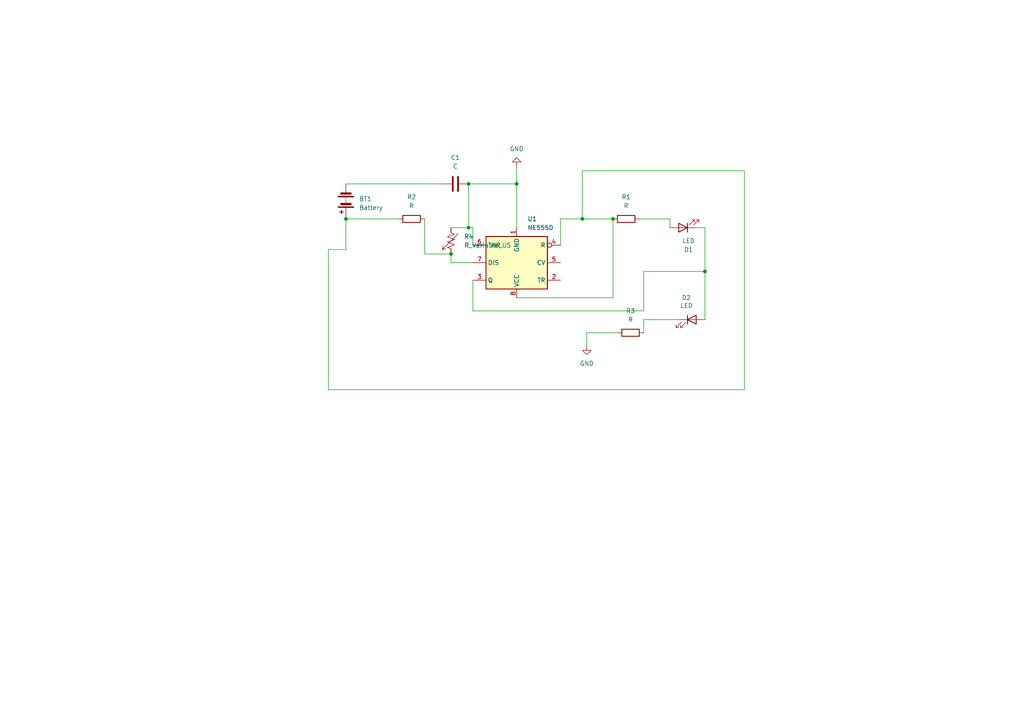
<source format=kicad_sch>
(kicad_sch
	(version 20250114)
	(generator "eeschema")
	(generator_version "9.0")
	(uuid "2f016377-79f1-4aea-9417-e76bfef04cdb")
	(paper "A4")
	(lib_symbols
		(symbol "Device:Battery"
			(pin_numbers
				(hide yes)
			)
			(pin_names
				(offset 0)
				(hide yes)
			)
			(exclude_from_sim no)
			(in_bom yes)
			(on_board yes)
			(property "Reference" "BT"
				(at 2.54 2.54 0)
				(effects
					(font
						(size 1.27 1.27)
					)
					(justify left)
				)
			)
			(property "Value" "Battery"
				(at 2.54 0 0)
				(effects
					(font
						(size 1.27 1.27)
					)
					(justify left)
				)
			)
			(property "Footprint" ""
				(at 0 1.524 90)
				(effects
					(font
						(size 1.27 1.27)
					)
					(hide yes)
				)
			)
			(property "Datasheet" "~"
				(at 0 1.524 90)
				(effects
					(font
						(size 1.27 1.27)
					)
					(hide yes)
				)
			)
			(property "Description" "Multiple-cell battery"
				(at 0 0 0)
				(effects
					(font
						(size 1.27 1.27)
					)
					(hide yes)
				)
			)
			(property "ki_keywords" "batt voltage-source cell"
				(at 0 0 0)
				(effects
					(font
						(size 1.27 1.27)
					)
					(hide yes)
				)
			)
			(symbol "Battery_0_1"
				(rectangle
					(start -2.286 1.778)
					(end 2.286 1.524)
					(stroke
						(width 0)
						(type default)
					)
					(fill
						(type outline)
					)
				)
				(rectangle
					(start -2.286 -1.27)
					(end 2.286 -1.524)
					(stroke
						(width 0)
						(type default)
					)
					(fill
						(type outline)
					)
				)
				(rectangle
					(start -1.524 1.016)
					(end 1.524 0.508)
					(stroke
						(width 0)
						(type default)
					)
					(fill
						(type outline)
					)
				)
				(rectangle
					(start -1.524 -2.032)
					(end 1.524 -2.54)
					(stroke
						(width 0)
						(type default)
					)
					(fill
						(type outline)
					)
				)
				(polyline
					(pts
						(xy 0 1.778) (xy 0 2.54)
					)
					(stroke
						(width 0)
						(type default)
					)
					(fill
						(type none)
					)
				)
				(polyline
					(pts
						(xy 0 0) (xy 0 0.254)
					)
					(stroke
						(width 0)
						(type default)
					)
					(fill
						(type none)
					)
				)
				(polyline
					(pts
						(xy 0 -0.508) (xy 0 -0.254)
					)
					(stroke
						(width 0)
						(type default)
					)
					(fill
						(type none)
					)
				)
				(polyline
					(pts
						(xy 0 -1.016) (xy 0 -0.762)
					)
					(stroke
						(width 0)
						(type default)
					)
					(fill
						(type none)
					)
				)
				(polyline
					(pts
						(xy 0.762 3.048) (xy 1.778 3.048)
					)
					(stroke
						(width 0.254)
						(type default)
					)
					(fill
						(type none)
					)
				)
				(polyline
					(pts
						(xy 1.27 3.556) (xy 1.27 2.54)
					)
					(stroke
						(width 0.254)
						(type default)
					)
					(fill
						(type none)
					)
				)
			)
			(symbol "Battery_1_1"
				(pin passive line
					(at 0 5.08 270)
					(length 2.54)
					(name "+"
						(effects
							(font
								(size 1.27 1.27)
							)
						)
					)
					(number "1"
						(effects
							(font
								(size 1.27 1.27)
							)
						)
					)
				)
				(pin passive line
					(at 0 -5.08 90)
					(length 2.54)
					(name "-"
						(effects
							(font
								(size 1.27 1.27)
							)
						)
					)
					(number "2"
						(effects
							(font
								(size 1.27 1.27)
							)
						)
					)
				)
			)
			(embedded_fonts no)
		)
		(symbol "Device:C"
			(pin_numbers
				(hide yes)
			)
			(pin_names
				(offset 0.254)
			)
			(exclude_from_sim no)
			(in_bom yes)
			(on_board yes)
			(property "Reference" "C"
				(at 0.635 2.54 0)
				(effects
					(font
						(size 1.27 1.27)
					)
					(justify left)
				)
			)
			(property "Value" "C"
				(at 0.635 -2.54 0)
				(effects
					(font
						(size 1.27 1.27)
					)
					(justify left)
				)
			)
			(property "Footprint" ""
				(at 0.9652 -3.81 0)
				(effects
					(font
						(size 1.27 1.27)
					)
					(hide yes)
				)
			)
			(property "Datasheet" "~"
				(at 0 0 0)
				(effects
					(font
						(size 1.27 1.27)
					)
					(hide yes)
				)
			)
			(property "Description" "Unpolarized capacitor"
				(at 0 0 0)
				(effects
					(font
						(size 1.27 1.27)
					)
					(hide yes)
				)
			)
			(property "ki_keywords" "cap capacitor"
				(at 0 0 0)
				(effects
					(font
						(size 1.27 1.27)
					)
					(hide yes)
				)
			)
			(property "ki_fp_filters" "C_*"
				(at 0 0 0)
				(effects
					(font
						(size 1.27 1.27)
					)
					(hide yes)
				)
			)
			(symbol "C_0_1"
				(polyline
					(pts
						(xy -2.032 0.762) (xy 2.032 0.762)
					)
					(stroke
						(width 0.508)
						(type default)
					)
					(fill
						(type none)
					)
				)
				(polyline
					(pts
						(xy -2.032 -0.762) (xy 2.032 -0.762)
					)
					(stroke
						(width 0.508)
						(type default)
					)
					(fill
						(type none)
					)
				)
			)
			(symbol "C_1_1"
				(pin passive line
					(at 0 3.81 270)
					(length 2.794)
					(name "~"
						(effects
							(font
								(size 1.27 1.27)
							)
						)
					)
					(number "1"
						(effects
							(font
								(size 1.27 1.27)
							)
						)
					)
				)
				(pin passive line
					(at 0 -3.81 90)
					(length 2.794)
					(name "~"
						(effects
							(font
								(size 1.27 1.27)
							)
						)
					)
					(number "2"
						(effects
							(font
								(size 1.27 1.27)
							)
						)
					)
				)
			)
			(embedded_fonts no)
		)
		(symbol "Device:LED"
			(pin_numbers
				(hide yes)
			)
			(pin_names
				(offset 1.016)
				(hide yes)
			)
			(exclude_from_sim no)
			(in_bom yes)
			(on_board yes)
			(property "Reference" "D"
				(at 0 2.54 0)
				(effects
					(font
						(size 1.27 1.27)
					)
				)
			)
			(property "Value" "LED"
				(at 0 -2.54 0)
				(effects
					(font
						(size 1.27 1.27)
					)
				)
			)
			(property "Footprint" ""
				(at 0 0 0)
				(effects
					(font
						(size 1.27 1.27)
					)
					(hide yes)
				)
			)
			(property "Datasheet" "~"
				(at 0 0 0)
				(effects
					(font
						(size 1.27 1.27)
					)
					(hide yes)
				)
			)
			(property "Description" "Light emitting diode"
				(at 0 0 0)
				(effects
					(font
						(size 1.27 1.27)
					)
					(hide yes)
				)
			)
			(property "Sim.Pins" "1=K 2=A"
				(at 0 0 0)
				(effects
					(font
						(size 1.27 1.27)
					)
					(hide yes)
				)
			)
			(property "ki_keywords" "LED diode"
				(at 0 0 0)
				(effects
					(font
						(size 1.27 1.27)
					)
					(hide yes)
				)
			)
			(property "ki_fp_filters" "LED* LED_SMD:* LED_THT:*"
				(at 0 0 0)
				(effects
					(font
						(size 1.27 1.27)
					)
					(hide yes)
				)
			)
			(symbol "LED_0_1"
				(polyline
					(pts
						(xy -3.048 -0.762) (xy -4.572 -2.286) (xy -3.81 -2.286) (xy -4.572 -2.286) (xy -4.572 -1.524)
					)
					(stroke
						(width 0)
						(type default)
					)
					(fill
						(type none)
					)
				)
				(polyline
					(pts
						(xy -1.778 -0.762) (xy -3.302 -2.286) (xy -2.54 -2.286) (xy -3.302 -2.286) (xy -3.302 -1.524)
					)
					(stroke
						(width 0)
						(type default)
					)
					(fill
						(type none)
					)
				)
				(polyline
					(pts
						(xy -1.27 0) (xy 1.27 0)
					)
					(stroke
						(width 0)
						(type default)
					)
					(fill
						(type none)
					)
				)
				(polyline
					(pts
						(xy -1.27 -1.27) (xy -1.27 1.27)
					)
					(stroke
						(width 0.254)
						(type default)
					)
					(fill
						(type none)
					)
				)
				(polyline
					(pts
						(xy 1.27 -1.27) (xy 1.27 1.27) (xy -1.27 0) (xy 1.27 -1.27)
					)
					(stroke
						(width 0.254)
						(type default)
					)
					(fill
						(type none)
					)
				)
			)
			(symbol "LED_1_1"
				(pin passive line
					(at -3.81 0 0)
					(length 2.54)
					(name "K"
						(effects
							(font
								(size 1.27 1.27)
							)
						)
					)
					(number "1"
						(effects
							(font
								(size 1.27 1.27)
							)
						)
					)
				)
				(pin passive line
					(at 3.81 0 180)
					(length 2.54)
					(name "A"
						(effects
							(font
								(size 1.27 1.27)
							)
						)
					)
					(number "2"
						(effects
							(font
								(size 1.27 1.27)
							)
						)
					)
				)
			)
			(embedded_fonts no)
		)
		(symbol "Device:R"
			(pin_numbers
				(hide yes)
			)
			(pin_names
				(offset 0)
			)
			(exclude_from_sim no)
			(in_bom yes)
			(on_board yes)
			(property "Reference" "R"
				(at 2.032 0 90)
				(effects
					(font
						(size 1.27 1.27)
					)
				)
			)
			(property "Value" "R"
				(at 0 0 90)
				(effects
					(font
						(size 1.27 1.27)
					)
				)
			)
			(property "Footprint" ""
				(at -1.778 0 90)
				(effects
					(font
						(size 1.27 1.27)
					)
					(hide yes)
				)
			)
			(property "Datasheet" "~"
				(at 0 0 0)
				(effects
					(font
						(size 1.27 1.27)
					)
					(hide yes)
				)
			)
			(property "Description" "Resistor"
				(at 0 0 0)
				(effects
					(font
						(size 1.27 1.27)
					)
					(hide yes)
				)
			)
			(property "ki_keywords" "R res resistor"
				(at 0 0 0)
				(effects
					(font
						(size 1.27 1.27)
					)
					(hide yes)
				)
			)
			(property "ki_fp_filters" "R_*"
				(at 0 0 0)
				(effects
					(font
						(size 1.27 1.27)
					)
					(hide yes)
				)
			)
			(symbol "R_0_1"
				(rectangle
					(start -1.016 -2.54)
					(end 1.016 2.54)
					(stroke
						(width 0.254)
						(type default)
					)
					(fill
						(type none)
					)
				)
			)
			(symbol "R_1_1"
				(pin passive line
					(at 0 3.81 270)
					(length 1.27)
					(name "~"
						(effects
							(font
								(size 1.27 1.27)
							)
						)
					)
					(number "1"
						(effects
							(font
								(size 1.27 1.27)
							)
						)
					)
				)
				(pin passive line
					(at 0 -3.81 90)
					(length 1.27)
					(name "~"
						(effects
							(font
								(size 1.27 1.27)
							)
						)
					)
					(number "2"
						(effects
							(font
								(size 1.27 1.27)
							)
						)
					)
				)
			)
			(embedded_fonts no)
		)
		(symbol "Device:R_Variable_US"
			(pin_numbers
				(hide yes)
			)
			(pin_names
				(offset 0)
			)
			(exclude_from_sim no)
			(in_bom yes)
			(on_board yes)
			(property "Reference" "R"
				(at 2.54 -2.54 90)
				(effects
					(font
						(size 1.27 1.27)
					)
					(justify left)
				)
			)
			(property "Value" "R_Variable_US"
				(at -2.54 -1.27 90)
				(effects
					(font
						(size 1.27 1.27)
					)
					(justify left)
				)
			)
			(property "Footprint" ""
				(at -1.778 0 90)
				(effects
					(font
						(size 1.27 1.27)
					)
					(hide yes)
				)
			)
			(property "Datasheet" "~"
				(at 0 0 0)
				(effects
					(font
						(size 1.27 1.27)
					)
					(hide yes)
				)
			)
			(property "Description" "Variable resistor, US symbol"
				(at 0 0 0)
				(effects
					(font
						(size 1.27 1.27)
					)
					(hide yes)
				)
			)
			(property "ki_keywords" "R res resistor variable potentiometer rheostat"
				(at 0 0 0)
				(effects
					(font
						(size 1.27 1.27)
					)
					(hide yes)
				)
			)
			(property "ki_fp_filters" "R_*"
				(at 0 0 0)
				(effects
					(font
						(size 1.27 1.27)
					)
					(hide yes)
				)
			)
			(symbol "R_Variable_US_0_1"
				(polyline
					(pts
						(xy 0 2.286) (xy 0 2.54)
					)
					(stroke
						(width 0)
						(type default)
					)
					(fill
						(type none)
					)
				)
				(polyline
					(pts
						(xy 0 2.286) (xy 1.016 1.905) (xy 0 1.524) (xy -1.016 1.143) (xy 0 0.762)
					)
					(stroke
						(width 0.1524)
						(type default)
					)
					(fill
						(type none)
					)
				)
				(polyline
					(pts
						(xy 0 0.762) (xy 1.016 0.381) (xy 0 0) (xy -1.016 -0.381) (xy 0 -0.762)
					)
					(stroke
						(width 0)
						(type default)
					)
					(fill
						(type none)
					)
				)
				(polyline
					(pts
						(xy 0 -0.762) (xy 1.016 -1.143) (xy 0 -1.524) (xy -1.016 -1.905) (xy 0 -2.286)
					)
					(stroke
						(width 0)
						(type default)
					)
					(fill
						(type none)
					)
				)
				(polyline
					(pts
						(xy 0 -2.286) (xy 0 -2.54)
					)
					(stroke
						(width 0)
						(type default)
					)
					(fill
						(type none)
					)
				)
				(polyline
					(pts
						(xy 2.286 1.524) (xy 2.54 2.54) (xy 1.524 2.286) (xy 2.54 2.54) (xy -2.032 -2.032)
					)
					(stroke
						(width 0.1524)
						(type default)
					)
					(fill
						(type none)
					)
				)
			)
			(symbol "R_Variable_US_1_1"
				(pin passive line
					(at 0 3.81 270)
					(length 1.27)
					(name "~"
						(effects
							(font
								(size 1.27 1.27)
							)
						)
					)
					(number "1"
						(effects
							(font
								(size 1.27 1.27)
							)
						)
					)
				)
				(pin passive line
					(at 0 -3.81 90)
					(length 1.27)
					(name "~"
						(effects
							(font
								(size 1.27 1.27)
							)
						)
					)
					(number "2"
						(effects
							(font
								(size 1.27 1.27)
							)
						)
					)
				)
			)
			(embedded_fonts no)
		)
		(symbol "Timer:NE555D"
			(exclude_from_sim no)
			(in_bom yes)
			(on_board yes)
			(property "Reference" "U"
				(at -10.16 8.89 0)
				(effects
					(font
						(size 1.27 1.27)
					)
					(justify left)
				)
			)
			(property "Value" "NE555D"
				(at 2.54 8.89 0)
				(effects
					(font
						(size 1.27 1.27)
					)
					(justify left)
				)
			)
			(property "Footprint" "Package_SO:SOIC-8_3.9x4.9mm_P1.27mm"
				(at 21.59 -10.16 0)
				(effects
					(font
						(size 1.27 1.27)
					)
					(hide yes)
				)
			)
			(property "Datasheet" "http://www.ti.com/lit/ds/symlink/ne555.pdf"
				(at 21.59 -10.16 0)
				(effects
					(font
						(size 1.27 1.27)
					)
					(hide yes)
				)
			)
			(property "Description" "Precision Timers, 555 compatible, SOIC-8"
				(at 0 0 0)
				(effects
					(font
						(size 1.27 1.27)
					)
					(hide yes)
				)
			)
			(property "ki_keywords" "single timer 555"
				(at 0 0 0)
				(effects
					(font
						(size 1.27 1.27)
					)
					(hide yes)
				)
			)
			(property "ki_fp_filters" "SOIC*3.9x4.9mm*P1.27mm*"
				(at 0 0 0)
				(effects
					(font
						(size 1.27 1.27)
					)
					(hide yes)
				)
			)
			(symbol "NE555D_0_0"
				(pin power_in line
					(at 0 10.16 270)
					(length 2.54)
					(name "VCC"
						(effects
							(font
								(size 1.27 1.27)
							)
						)
					)
					(number "8"
						(effects
							(font
								(size 1.27 1.27)
							)
						)
					)
				)
				(pin power_in line
					(at 0 -10.16 90)
					(length 2.54)
					(name "GND"
						(effects
							(font
								(size 1.27 1.27)
							)
						)
					)
					(number "1"
						(effects
							(font
								(size 1.27 1.27)
							)
						)
					)
				)
			)
			(symbol "NE555D_0_1"
				(rectangle
					(start -8.89 -7.62)
					(end 8.89 7.62)
					(stroke
						(width 0.254)
						(type default)
					)
					(fill
						(type background)
					)
				)
				(rectangle
					(start -8.89 -7.62)
					(end 8.89 7.62)
					(stroke
						(width 0.254)
						(type default)
					)
					(fill
						(type background)
					)
				)
			)
			(symbol "NE555D_1_1"
				(pin input line
					(at -12.7 5.08 0)
					(length 3.81)
					(name "TR"
						(effects
							(font
								(size 1.27 1.27)
							)
						)
					)
					(number "2"
						(effects
							(font
								(size 1.27 1.27)
							)
						)
					)
				)
				(pin input line
					(at -12.7 0 0)
					(length 3.81)
					(name "CV"
						(effects
							(font
								(size 1.27 1.27)
							)
						)
					)
					(number "5"
						(effects
							(font
								(size 1.27 1.27)
							)
						)
					)
				)
				(pin input inverted
					(at -12.7 -5.08 0)
					(length 3.81)
					(name "R"
						(effects
							(font
								(size 1.27 1.27)
							)
						)
					)
					(number "4"
						(effects
							(font
								(size 1.27 1.27)
							)
						)
					)
				)
				(pin output line
					(at 12.7 5.08 180)
					(length 3.81)
					(name "Q"
						(effects
							(font
								(size 1.27 1.27)
							)
						)
					)
					(number "3"
						(effects
							(font
								(size 1.27 1.27)
							)
						)
					)
				)
				(pin input line
					(at 12.7 0 180)
					(length 3.81)
					(name "DIS"
						(effects
							(font
								(size 1.27 1.27)
							)
						)
					)
					(number "7"
						(effects
							(font
								(size 1.27 1.27)
							)
						)
					)
				)
				(pin input line
					(at 12.7 -5.08 180)
					(length 3.81)
					(name "THR"
						(effects
							(font
								(size 1.27 1.27)
							)
						)
					)
					(number "6"
						(effects
							(font
								(size 1.27 1.27)
							)
						)
					)
				)
			)
			(embedded_fonts no)
		)
		(symbol "power:GND"
			(power)
			(pin_numbers
				(hide yes)
			)
			(pin_names
				(offset 0)
				(hide yes)
			)
			(exclude_from_sim no)
			(in_bom yes)
			(on_board yes)
			(property "Reference" "#PWR"
				(at 0 -6.35 0)
				(effects
					(font
						(size 1.27 1.27)
					)
					(hide yes)
				)
			)
			(property "Value" "GND"
				(at 0 -3.81 0)
				(effects
					(font
						(size 1.27 1.27)
					)
				)
			)
			(property "Footprint" ""
				(at 0 0 0)
				(effects
					(font
						(size 1.27 1.27)
					)
					(hide yes)
				)
			)
			(property "Datasheet" ""
				(at 0 0 0)
				(effects
					(font
						(size 1.27 1.27)
					)
					(hide yes)
				)
			)
			(property "Description" "Power symbol creates a global label with name \"GND\" , ground"
				(at 0 0 0)
				(effects
					(font
						(size 1.27 1.27)
					)
					(hide yes)
				)
			)
			(property "ki_keywords" "global power"
				(at 0 0 0)
				(effects
					(font
						(size 1.27 1.27)
					)
					(hide yes)
				)
			)
			(symbol "GND_0_1"
				(polyline
					(pts
						(xy 0 0) (xy 0 -1.27) (xy 1.27 -1.27) (xy 0 -2.54) (xy -1.27 -1.27) (xy 0 -1.27)
					)
					(stroke
						(width 0)
						(type default)
					)
					(fill
						(type none)
					)
				)
			)
			(symbol "GND_1_1"
				(pin power_in line
					(at 0 0 270)
					(length 0)
					(name "~"
						(effects
							(font
								(size 1.27 1.27)
							)
						)
					)
					(number "1"
						(effects
							(font
								(size 1.27 1.27)
							)
						)
					)
				)
			)
			(embedded_fonts no)
		)
	)
	(junction
		(at 149.86 53.34)
		(diameter 0)
		(color 0 0 0 0)
		(uuid "1f49319a-465c-4f1b-8be2-3c9b4a3aa9bc")
	)
	(junction
		(at 100.33 63.5)
		(diameter 0)
		(color 0 0 0 0)
		(uuid "522a47ea-954d-4b58-9040-b41a5b7adf32")
	)
	(junction
		(at 204.47 78.74)
		(diameter 0)
		(color 0 0 0 0)
		(uuid "63099e2a-5aa6-4f96-aaa9-a90ac20c4c4c")
	)
	(junction
		(at 130.81 73.66)
		(diameter 0)
		(color 0 0 0 0)
		(uuid "645bd897-f5b1-4397-b5ad-cc504c8ca31e")
	)
	(junction
		(at 135.89 53.34)
		(diameter 0)
		(color 0 0 0 0)
		(uuid "92af9463-0ff3-447b-a4df-b9d1ca555331")
	)
	(junction
		(at 168.91 63.5)
		(diameter 0)
		(color 0 0 0 0)
		(uuid "9e7601ec-2bec-41f2-9622-9e8066a4f8c4")
	)
	(junction
		(at 177.8 63.5)
		(diameter 0)
		(color 0 0 0 0)
		(uuid "fda4e7bb-30de-4817-b5bc-fa34b4f6623f")
	)
	(junction
		(at 135.89 66.04)
		(diameter 0)
		(color 0 0 0 0)
		(uuid "fff2b97a-c60c-4ea8-96ad-26d680a96435")
	)
	(wire
		(pts
			(xy 204.47 78.74) (xy 204.47 92.71)
		)
		(stroke
			(width 0)
			(type default)
		)
		(uuid "045cd979-95c7-4e43-8667-c4f4c05e72c4")
	)
	(wire
		(pts
			(xy 162.56 63.5) (xy 162.56 71.12)
		)
		(stroke
			(width 0)
			(type default)
		)
		(uuid "14d3dab6-a286-4661-a13a-3ed6047b1a02")
	)
	(wire
		(pts
			(xy 149.86 48.26) (xy 149.86 53.34)
		)
		(stroke
			(width 0)
			(type default)
		)
		(uuid "1d2fcc4a-ba74-40ec-86e1-10dc958c0878")
	)
	(wire
		(pts
			(xy 204.47 66.04) (xy 201.93 66.04)
		)
		(stroke
			(width 0)
			(type default)
		)
		(uuid "3d84e836-65e2-45c1-8614-ec1d32137338")
	)
	(wire
		(pts
			(xy 123.19 63.5) (xy 123.19 73.66)
		)
		(stroke
			(width 0)
			(type default)
		)
		(uuid "3eb2f400-1bd9-4c56-8388-1d42443b57d8")
	)
	(wire
		(pts
			(xy 168.91 49.53) (xy 168.91 63.5)
		)
		(stroke
			(width 0)
			(type default)
		)
		(uuid "3fefa255-56a2-41c4-9176-283ea680bf8c")
	)
	(wire
		(pts
			(xy 137.16 90.17) (xy 186.69 90.17)
		)
		(stroke
			(width 0)
			(type default)
		)
		(uuid "4687a1e5-9971-4fdb-9c71-ee34348bb48b")
	)
	(wire
		(pts
			(xy 130.81 76.2) (xy 130.81 73.66)
		)
		(stroke
			(width 0)
			(type default)
		)
		(uuid "488d1ca8-fc32-4da9-9fdd-d7b34cb2adcf")
	)
	(wire
		(pts
			(xy 149.86 86.36) (xy 177.8 86.36)
		)
		(stroke
			(width 0)
			(type default)
		)
		(uuid "63975279-730a-4d4f-842e-35e02d2ad805")
	)
	(wire
		(pts
			(xy 196.85 92.71) (xy 186.69 92.71)
		)
		(stroke
			(width 0)
			(type default)
		)
		(uuid "65e6438a-e564-4856-9dd8-56ab4aec4cde")
	)
	(wire
		(pts
			(xy 204.47 78.74) (xy 204.47 66.04)
		)
		(stroke
			(width 0)
			(type default)
		)
		(uuid "6bc17cb4-c1e8-435b-b180-aa2f1aca6c5f")
	)
	(wire
		(pts
			(xy 179.07 96.52) (xy 170.18 96.52)
		)
		(stroke
			(width 0)
			(type default)
		)
		(uuid "7432a785-89d3-411e-af92-80bda82e807a")
	)
	(wire
		(pts
			(xy 135.89 53.34) (xy 135.89 66.04)
		)
		(stroke
			(width 0)
			(type default)
		)
		(uuid "76424ac1-f24e-4537-bb7d-eb62b06b12be")
	)
	(wire
		(pts
			(xy 168.91 63.5) (xy 177.8 63.5)
		)
		(stroke
			(width 0)
			(type default)
		)
		(uuid "7c323e7c-3303-4337-861f-c25a46d57b90")
	)
	(wire
		(pts
			(xy 215.9 49.53) (xy 168.91 49.53)
		)
		(stroke
			(width 0)
			(type default)
		)
		(uuid "8dc5e615-eef4-4a50-aed5-e420385e3c96")
	)
	(wire
		(pts
			(xy 137.16 66.04) (xy 137.16 71.12)
		)
		(stroke
			(width 0)
			(type default)
		)
		(uuid "9260614e-63b7-4287-8de5-ddb8f0c1edf0")
	)
	(wire
		(pts
			(xy 95.25 113.03) (xy 215.9 113.03)
		)
		(stroke
			(width 0)
			(type default)
		)
		(uuid "996e0d20-2598-46b8-ba7b-194768488cae")
	)
	(wire
		(pts
			(xy 100.33 72.39) (xy 95.25 72.39)
		)
		(stroke
			(width 0)
			(type default)
		)
		(uuid "9be85598-4dc8-4dde-b90d-160f2f7ee35f")
	)
	(wire
		(pts
			(xy 185.42 63.5) (xy 194.31 63.5)
		)
		(stroke
			(width 0)
			(type default)
		)
		(uuid "a0066692-5533-4143-af9e-68ebfea1235f")
	)
	(wire
		(pts
			(xy 135.89 53.34) (xy 149.86 53.34)
		)
		(stroke
			(width 0)
			(type default)
		)
		(uuid "a74cd078-ca6d-44d6-9c31-787783e003a9")
	)
	(wire
		(pts
			(xy 186.69 90.17) (xy 186.69 78.74)
		)
		(stroke
			(width 0)
			(type default)
		)
		(uuid "a9288f46-1d1f-46f7-a000-87af559ec809")
	)
	(wire
		(pts
			(xy 194.31 63.5) (xy 194.31 66.04)
		)
		(stroke
			(width 0)
			(type default)
		)
		(uuid "b333716c-f7b8-4f62-81e1-0dc9a03bab9b")
	)
	(wire
		(pts
			(xy 162.56 63.5) (xy 168.91 63.5)
		)
		(stroke
			(width 0)
			(type default)
		)
		(uuid "c20049e7-36e1-4442-87a9-c5f748fcbf46")
	)
	(wire
		(pts
			(xy 186.69 92.71) (xy 186.69 96.52)
		)
		(stroke
			(width 0)
			(type default)
		)
		(uuid "caa792fa-ea83-4b85-86e2-83640241bb0c")
	)
	(wire
		(pts
			(xy 100.33 63.5) (xy 115.57 63.5)
		)
		(stroke
			(width 0)
			(type default)
		)
		(uuid "cb1299df-fffc-47e7-86ee-f5dd2f106ab0")
	)
	(wire
		(pts
			(xy 100.33 63.5) (xy 100.33 72.39)
		)
		(stroke
			(width 0)
			(type default)
		)
		(uuid "cfadaa71-0da9-4afb-8aa0-44692b01c051")
	)
	(wire
		(pts
			(xy 137.16 81.28) (xy 137.16 90.17)
		)
		(stroke
			(width 0)
			(type default)
		)
		(uuid "d12cd8d0-8902-45ff-b201-b7d7b5c4f87d")
	)
	(wire
		(pts
			(xy 100.33 53.34) (xy 128.27 53.34)
		)
		(stroke
			(width 0)
			(type default)
		)
		(uuid "d16d3e44-05cd-48b0-b623-4072cfbc55d4")
	)
	(wire
		(pts
			(xy 135.89 66.04) (xy 137.16 66.04)
		)
		(stroke
			(width 0)
			(type default)
		)
		(uuid "d2944871-fd62-4e46-b93a-1c533cca3b6f")
	)
	(wire
		(pts
			(xy 95.25 72.39) (xy 95.25 113.03)
		)
		(stroke
			(width 0)
			(type default)
		)
		(uuid "d6d73074-6c69-4fed-9746-a431179f710e")
	)
	(wire
		(pts
			(xy 123.19 73.66) (xy 130.81 73.66)
		)
		(stroke
			(width 0)
			(type default)
		)
		(uuid "dd5cafc1-bce5-46e1-9442-d7a2d014c9b2")
	)
	(wire
		(pts
			(xy 137.16 76.2) (xy 130.81 76.2)
		)
		(stroke
			(width 0)
			(type default)
		)
		(uuid "ec039587-d8fe-4702-805b-2e46d637d1ac")
	)
	(wire
		(pts
			(xy 186.69 78.74) (xy 204.47 78.74)
		)
		(stroke
			(width 0)
			(type default)
		)
		(uuid "ee8e1cf8-7b51-41e5-9062-72684811c832")
	)
	(wire
		(pts
			(xy 130.81 66.04) (xy 135.89 66.04)
		)
		(stroke
			(width 0)
			(type default)
		)
		(uuid "f00b78ec-14dc-4f09-bfc4-e5501288d8b3")
	)
	(wire
		(pts
			(xy 149.86 53.34) (xy 149.86 66.04)
		)
		(stroke
			(width 0)
			(type default)
		)
		(uuid "f43daea7-4e85-4040-9869-26079870d4db")
	)
	(wire
		(pts
			(xy 215.9 113.03) (xy 215.9 49.53)
		)
		(stroke
			(width 0)
			(type default)
		)
		(uuid "f659428e-281e-4767-9169-884757a32d19")
	)
	(wire
		(pts
			(xy 170.18 96.52) (xy 170.18 100.33)
		)
		(stroke
			(width 0)
			(type default)
		)
		(uuid "f6c6e795-8c95-4f62-b235-133e15742112")
	)
	(wire
		(pts
			(xy 177.8 86.36) (xy 177.8 63.5)
		)
		(stroke
			(width 0)
			(type default)
		)
		(uuid "f9839fcc-9ac7-48d8-93ed-b59ef446b281")
	)
	(symbol
		(lib_id "Timer:NE555D")
		(at 149.86 76.2 180)
		(unit 1)
		(exclude_from_sim no)
		(in_bom yes)
		(on_board yes)
		(dnp no)
		(fields_autoplaced yes)
		(uuid "20d9562d-d1a5-4f94-bb3e-27796315a927")
		(property "Reference" "U1"
			(at 152.9781 63.5 0)
			(effects
				(font
					(size 1.27 1.27)
				)
				(justify right)
			)
		)
		(property "Value" "NE555D"
			(at 152.9781 66.04 0)
			(effects
				(font
					(size 1.27 1.27)
				)
				(justify right)
			)
		)
		(property "Footprint" "Package_SO:SOIC-8_3.9x4.9mm_P1.27mm"
			(at 128.27 66.04 0)
			(effects
				(font
					(size 1.27 1.27)
				)
				(hide yes)
			)
		)
		(property "Datasheet" "http://www.ti.com/lit/ds/symlink/ne555.pdf"
			(at 128.27 66.04 0)
			(effects
				(font
					(size 1.27 1.27)
				)
				(hide yes)
			)
		)
		(property "Description" "Precision Timers, 555 compatible, SOIC-8"
			(at 149.86 76.2 0)
			(effects
				(font
					(size 1.27 1.27)
				)
				(hide yes)
			)
		)
		(pin "5"
			(uuid "78aea273-bbb5-4a7a-8b22-3bb6fc0b34d6")
		)
		(pin "1"
			(uuid "fb0c52c6-b873-4ef8-bf5d-2fdfaa7abba4")
		)
		(pin "2"
			(uuid "10063dc5-4628-4991-a6cf-1b905d1c2d37")
		)
		(pin "6"
			(uuid "b901e5e2-45a0-4e50-979c-c739faf2f054")
		)
		(pin "8"
			(uuid "d5f5a370-fbd5-4bf8-a9ef-b307985ca126")
		)
		(pin "4"
			(uuid "08eac178-63ab-449c-99c4-ac3886221353")
		)
		(pin "3"
			(uuid "c4833469-031d-43fc-add5-8fdd68ba6b2b")
		)
		(pin "7"
			(uuid "3e1ea337-e6d0-430a-bb33-4b741d5b549b")
		)
		(instances
			(project ""
				(path "/2f016377-79f1-4aea-9417-e76bfef04cdb"
					(reference "U1")
					(unit 1)
				)
			)
		)
	)
	(symbol
		(lib_id "power:GND")
		(at 149.86 48.26 180)
		(unit 1)
		(exclude_from_sim no)
		(in_bom yes)
		(on_board yes)
		(dnp no)
		(fields_autoplaced yes)
		(uuid "228a0c00-2913-4a06-a159-4a13aa6ae4fb")
		(property "Reference" "#PWR01"
			(at 149.86 41.91 0)
			(effects
				(font
					(size 1.27 1.27)
				)
				(hide yes)
			)
		)
		(property "Value" "GND"
			(at 149.86 43.18 0)
			(effects
				(font
					(size 1.27 1.27)
				)
			)
		)
		(property "Footprint" ""
			(at 149.86 48.26 0)
			(effects
				(font
					(size 1.27 1.27)
				)
				(hide yes)
			)
		)
		(property "Datasheet" ""
			(at 149.86 48.26 0)
			(effects
				(font
					(size 1.27 1.27)
				)
				(hide yes)
			)
		)
		(property "Description" "Power symbol creates a global label with name \"GND\" , ground"
			(at 149.86 48.26 0)
			(effects
				(font
					(size 1.27 1.27)
				)
				(hide yes)
			)
		)
		(pin "1"
			(uuid "03014fda-ea24-4e72-9c99-03e6c9c183f5")
		)
		(instances
			(project ""
				(path "/2f016377-79f1-4aea-9417-e76bfef04cdb"
					(reference "#PWR01")
					(unit 1)
				)
			)
		)
	)
	(symbol
		(lib_id "Device:R")
		(at 181.61 63.5 90)
		(unit 1)
		(exclude_from_sim no)
		(in_bom yes)
		(on_board yes)
		(dnp no)
		(fields_autoplaced yes)
		(uuid "362d90cd-7851-4b3a-aa75-2b0a96a1cb99")
		(property "Reference" "R1"
			(at 181.61 57.15 90)
			(effects
				(font
					(size 1.27 1.27)
				)
			)
		)
		(property "Value" "R"
			(at 181.61 59.69 90)
			(effects
				(font
					(size 1.27 1.27)
				)
			)
		)
		(property "Footprint" "Resistor_SMD:R_0402_1005Metric_Pad0.72x0.64mm_HandSolder"
			(at 181.61 65.278 90)
			(effects
				(font
					(size 1.27 1.27)
				)
				(hide yes)
			)
		)
		(property "Datasheet" "~"
			(at 181.61 63.5 0)
			(effects
				(font
					(size 1.27 1.27)
				)
				(hide yes)
			)
		)
		(property "Description" "Resistor"
			(at 181.61 63.5 0)
			(effects
				(font
					(size 1.27 1.27)
				)
				(hide yes)
			)
		)
		(pin "1"
			(uuid "e1d672ba-2bf3-4b23-8128-27bb970e4231")
		)
		(pin "2"
			(uuid "4d33400e-5f09-4be8-a9b2-3533ea674c8c")
		)
		(instances
			(project ""
				(path "/2f016377-79f1-4aea-9417-e76bfef04cdb"
					(reference "R1")
					(unit 1)
				)
			)
		)
	)
	(symbol
		(lib_id "Device:C")
		(at 132.08 53.34 90)
		(unit 1)
		(exclude_from_sim no)
		(in_bom yes)
		(on_board yes)
		(dnp no)
		(fields_autoplaced yes)
		(uuid "4c83eb91-ef6b-49a3-ac83-3bec963e6462")
		(property "Reference" "C1"
			(at 132.08 45.72 90)
			(effects
				(font
					(size 1.27 1.27)
				)
			)
		)
		(property "Value" "C"
			(at 132.08 48.26 90)
			(effects
				(font
					(size 1.27 1.27)
				)
			)
		)
		(property "Footprint" "Capacitor_SMD:CP_Elec_4x4.5"
			(at 135.89 52.3748 0)
			(effects
				(font
					(size 1.27 1.27)
				)
				(hide yes)
			)
		)
		(property "Datasheet" "~"
			(at 132.08 53.34 0)
			(effects
				(font
					(size 1.27 1.27)
				)
				(hide yes)
			)
		)
		(property "Description" "Unpolarized capacitor"
			(at 132.08 53.34 0)
			(effects
				(font
					(size 1.27 1.27)
				)
				(hide yes)
			)
		)
		(pin "1"
			(uuid "1de460e6-d0e5-4996-8aa7-395b3ae5d20d")
		)
		(pin "2"
			(uuid "38eb3731-ac42-4ff0-a1a4-cccb5040709a")
		)
		(instances
			(project ""
				(path "/2f016377-79f1-4aea-9417-e76bfef04cdb"
					(reference "C1")
					(unit 1)
				)
			)
		)
	)
	(symbol
		(lib_id "Device:R")
		(at 119.38 63.5 90)
		(unit 1)
		(exclude_from_sim no)
		(in_bom yes)
		(on_board yes)
		(dnp no)
		(fields_autoplaced yes)
		(uuid "587e76d6-5737-499c-a0fe-ef32b050acf9")
		(property "Reference" "R2"
			(at 119.38 57.15 90)
			(effects
				(font
					(size 1.27 1.27)
				)
			)
		)
		(property "Value" "R"
			(at 119.38 59.69 90)
			(effects
				(font
					(size 1.27 1.27)
				)
			)
		)
		(property "Footprint" "Resistor_SMD:R_0402_1005Metric_Pad0.72x0.64mm_HandSolder"
			(at 119.38 65.278 90)
			(effects
				(font
					(size 1.27 1.27)
				)
				(hide yes)
			)
		)
		(property "Datasheet" "~"
			(at 119.38 63.5 0)
			(effects
				(font
					(size 1.27 1.27)
				)
				(hide yes)
			)
		)
		(property "Description" "Resistor"
			(at 119.38 63.5 0)
			(effects
				(font
					(size 1.27 1.27)
				)
				(hide yes)
			)
		)
		(pin "2"
			(uuid "adf76dc0-9239-493e-be3a-b9abde48352d")
		)
		(pin "1"
			(uuid "59fdc390-7fa5-469a-9353-ef6c1455edba")
		)
		(instances
			(project ""
				(path "/2f016377-79f1-4aea-9417-e76bfef04cdb"
					(reference "R2")
					(unit 1)
				)
			)
		)
	)
	(symbol
		(lib_id "Device:R")
		(at 182.88 96.52 270)
		(unit 1)
		(exclude_from_sim no)
		(in_bom yes)
		(on_board yes)
		(dnp no)
		(fields_autoplaced yes)
		(uuid "7b6a3316-4f40-42cb-b649-104e03a0ed8f")
		(property "Reference" "R3"
			(at 182.88 90.17 90)
			(effects
				(font
					(size 1.27 1.27)
				)
			)
		)
		(property "Value" "R"
			(at 182.88 92.71 90)
			(effects
				(font
					(size 1.27 1.27)
				)
			)
		)
		(property "Footprint" "Resistor_SMD:R_0402_1005Metric_Pad0.72x0.64mm_HandSolder"
			(at 182.88 94.742 90)
			(effects
				(font
					(size 1.27 1.27)
				)
				(hide yes)
			)
		)
		(property "Datasheet" "~"
			(at 182.88 96.52 0)
			(effects
				(font
					(size 1.27 1.27)
				)
				(hide yes)
			)
		)
		(property "Description" "Resistor"
			(at 182.88 96.52 0)
			(effects
				(font
					(size 1.27 1.27)
				)
				(hide yes)
			)
		)
		(pin "1"
			(uuid "0c93c44b-e458-4af9-8d15-c9667ea362fb")
		)
		(pin "2"
			(uuid "ea8ad7a6-6eb7-4c1c-8e28-3d6f97fe45cc")
		)
		(instances
			(project ""
				(path "/2f016377-79f1-4aea-9417-e76bfef04cdb"
					(reference "R3")
					(unit 1)
				)
			)
		)
	)
	(symbol
		(lib_id "Device:Battery")
		(at 100.33 58.42 180)
		(unit 1)
		(exclude_from_sim no)
		(in_bom yes)
		(on_board yes)
		(dnp no)
		(fields_autoplaced yes)
		(uuid "92cfbe12-025f-42b2-9a51-e52a6cf9521f")
		(property "Reference" "BT1"
			(at 104.14 57.7214 0)
			(effects
				(font
					(size 1.27 1.27)
				)
				(justify right)
			)
		)
		(property "Value" "Battery"
			(at 104.14 60.2614 0)
			(effects
				(font
					(size 1.27 1.27)
				)
				(justify right)
			)
		)
		(property "Footprint" "Battery:BatteryHolder_Eagle_12BH611-GR"
			(at 100.33 59.944 90)
			(effects
				(font
					(size 1.27 1.27)
				)
				(hide yes)
			)
		)
		(property "Datasheet" "~"
			(at 100.33 59.944 90)
			(effects
				(font
					(size 1.27 1.27)
				)
				(hide yes)
			)
		)
		(property "Description" "Multiple-cell battery"
			(at 100.33 58.42 0)
			(effects
				(font
					(size 1.27 1.27)
				)
				(hide yes)
			)
		)
		(pin "1"
			(uuid "9d894af0-8549-481a-a05c-df87aec2366f")
		)
		(pin "2"
			(uuid "0f057284-65dc-427f-87f8-e28b7bd6a245")
		)
		(instances
			(project ""
				(path "/2f016377-79f1-4aea-9417-e76bfef04cdb"
					(reference "BT1")
					(unit 1)
				)
			)
		)
	)
	(symbol
		(lib_id "Device:LED")
		(at 198.12 66.04 180)
		(unit 1)
		(exclude_from_sim no)
		(in_bom yes)
		(on_board yes)
		(dnp no)
		(fields_autoplaced yes)
		(uuid "bc6c99e9-b89b-4ccd-be64-2a5209e6240a")
		(property "Reference" "D1"
			(at 199.7075 72.39 0)
			(effects
				(font
					(size 1.27 1.27)
				)
			)
		)
		(property "Value" "LED"
			(at 199.7075 69.85 0)
			(effects
				(font
					(size 1.27 1.27)
				)
			)
		)
		(property "Footprint" "LED_SMD:LED_1206_3216Metric"
			(at 198.12 66.04 0)
			(effects
				(font
					(size 1.27 1.27)
				)
				(hide yes)
			)
		)
		(property "Datasheet" "~"
			(at 198.12 66.04 0)
			(effects
				(font
					(size 1.27 1.27)
				)
				(hide yes)
			)
		)
		(property "Description" "Light emitting diode"
			(at 198.12 66.04 0)
			(effects
				(font
					(size 1.27 1.27)
				)
				(hide yes)
			)
		)
		(property "Sim.Pins" "1=K 2=A"
			(at 198.12 66.04 0)
			(effects
				(font
					(size 1.27 1.27)
				)
				(hide yes)
			)
		)
		(pin "1"
			(uuid "c87a9b47-bd1e-494a-82ce-17faa16a58d1")
		)
		(pin "2"
			(uuid "fddbb71d-f887-4c91-a364-727e138af0c1")
		)
		(instances
			(project ""
				(path "/2f016377-79f1-4aea-9417-e76bfef04cdb"
					(reference "D1")
					(unit 1)
				)
			)
		)
	)
	(symbol
		(lib_id "power:GND")
		(at 170.18 100.33 0)
		(unit 1)
		(exclude_from_sim no)
		(in_bom yes)
		(on_board yes)
		(dnp no)
		(fields_autoplaced yes)
		(uuid "c9ead746-43ef-462f-a11c-121b81a590b3")
		(property "Reference" "#PWR02"
			(at 170.18 106.68 0)
			(effects
				(font
					(size 1.27 1.27)
				)
				(hide yes)
			)
		)
		(property "Value" "GND"
			(at 170.18 105.41 0)
			(effects
				(font
					(size 1.27 1.27)
				)
			)
		)
		(property "Footprint" ""
			(at 170.18 100.33 0)
			(effects
				(font
					(size 1.27 1.27)
				)
				(hide yes)
			)
		)
		(property "Datasheet" ""
			(at 170.18 100.33 0)
			(effects
				(font
					(size 1.27 1.27)
				)
				(hide yes)
			)
		)
		(property "Description" "Power symbol creates a global label with name \"GND\" , ground"
			(at 170.18 100.33 0)
			(effects
				(font
					(size 1.27 1.27)
				)
				(hide yes)
			)
		)
		(pin "1"
			(uuid "06a4bdbb-6fd3-4701-bdc7-3d1d361dffb6")
		)
		(instances
			(project ""
				(path "/2f016377-79f1-4aea-9417-e76bfef04cdb"
					(reference "#PWR02")
					(unit 1)
				)
			)
		)
	)
	(symbol
		(lib_id "Device:R_Variable_US")
		(at 130.81 69.85 180)
		(unit 1)
		(exclude_from_sim no)
		(in_bom yes)
		(on_board yes)
		(dnp no)
		(fields_autoplaced yes)
		(uuid "d0140ece-2df5-4961-bd7e-c2f0d65eba0c")
		(property "Reference" "R4"
			(at 134.62 68.618 0)
			(effects
				(font
					(size 1.27 1.27)
				)
				(justify right)
			)
		)
		(property "Value" "R_Variable_US"
			(at 134.62 71.158 0)
			(effects
				(font
					(size 1.27 1.27)
				)
				(justify right)
			)
		)
		(property "Footprint" "Potentiometer_THT:Potentiometer_Bourns_3299W_Vertical"
			(at 132.588 69.85 90)
			(effects
				(font
					(size 1.27 1.27)
				)
				(hide yes)
			)
		)
		(property "Datasheet" "~"
			(at 130.81 69.85 0)
			(effects
				(font
					(size 1.27 1.27)
				)
				(hide yes)
			)
		)
		(property "Description" "Variable resistor, US symbol"
			(at 130.81 69.85 0)
			(effects
				(font
					(size 1.27 1.27)
				)
				(hide yes)
			)
		)
		(pin "1"
			(uuid "1f1a652a-ee6d-4198-9aed-e289dc96e5a1")
		)
		(pin "2"
			(uuid "8cd03365-d3bb-4e82-9527-7a48ca891a95")
		)
		(instances
			(project ""
				(path "/2f016377-79f1-4aea-9417-e76bfef04cdb"
					(reference "R4")
					(unit 1)
				)
			)
		)
	)
	(symbol
		(lib_id "Device:LED")
		(at 200.66 92.71 0)
		(unit 1)
		(exclude_from_sim no)
		(in_bom yes)
		(on_board yes)
		(dnp no)
		(uuid "ecd01e1e-50a2-44e4-bb47-f8b4eb6b5250")
		(property "Reference" "D2"
			(at 199.0725 86.36 0)
			(effects
				(font
					(size 1.27 1.27)
				)
			)
		)
		(property "Value" "LED"
			(at 199.136 88.646 0)
			(effects
				(font
					(size 1.27 1.27)
				)
			)
		)
		(property "Footprint" "LED_SMD:LED_1206_3216Metric"
			(at 200.66 92.71 0)
			(effects
				(font
					(size 1.27 1.27)
				)
				(hide yes)
			)
		)
		(property "Datasheet" "~"
			(at 200.66 92.71 0)
			(effects
				(font
					(size 1.27 1.27)
				)
				(hide yes)
			)
		)
		(property "Description" "Light emitting diode"
			(at 200.66 92.71 0)
			(effects
				(font
					(size 1.27 1.27)
				)
				(hide yes)
			)
		)
		(property "Sim.Pins" "1=K 2=A"
			(at 200.66 92.71 0)
			(effects
				(font
					(size 1.27 1.27)
				)
				(hide yes)
			)
		)
		(pin "1"
			(uuid "81fe7980-e767-4fd8-ad13-33b45db51f64")
		)
		(pin "2"
			(uuid "6bcd4ad8-9069-4705-8aa6-1fd27c25fca4")
		)
		(instances
			(project ""
				(path "/2f016377-79f1-4aea-9417-e76bfef04cdb"
					(reference "D2")
					(unit 1)
				)
			)
		)
	)
	(sheet_instances
		(path "/"
			(page "1")
		)
	)
	(embedded_fonts no)
)

</source>
